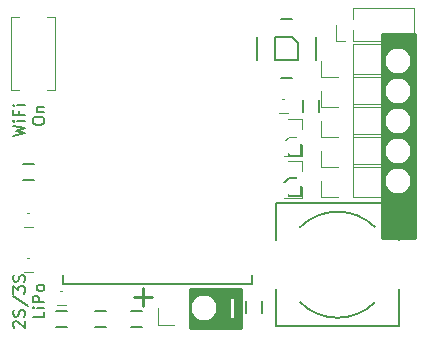
<source format=gbr>
G04 #@! TF.FileFunction,Legend,Top*
%FSLAX46Y46*%
G04 Gerber Fmt 4.6, Leading zero omitted, Abs format (unit mm)*
G04 Created by KiCad (PCBNEW 4.0.5-e0-6337~49~ubuntu14.04.1) date Thu Mar  2 13:58:40 2017*
%MOMM*%
%LPD*%
G01*
G04 APERTURE LIST*
%ADD10C,0.100000*%
%ADD11C,0.150000*%
%ADD12C,0.250000*%
%ADD13C,0.120000*%
%ADD14C,0.200000*%
%ADD15C,0.152400*%
%ADD16C,0.254000*%
%ADD17R,1.400000X1.400000*%
%ADD18O,1.400000X1.400000*%
%ADD19R,3.100000X4.000000*%
%ADD20R,1.200000X1.150000*%
%ADD21R,1.800000X2.200000*%
%ADD22R,1.300000X0.900000*%
%ADD23R,0.900000X1.300000*%
%ADD24R,2.000000X2.400000*%
%ADD25R,2.100000X2.100000*%
%ADD26O,2.100000X2.100000*%
%ADD27R,1.300000X1.200000*%
%ADD28R,2.900000X1.500000*%
%ADD29O,2.900000X1.500000*%
G04 APERTURE END LIST*
D10*
D11*
X137787619Y-115700595D02*
X137740000Y-115652976D01*
X137692381Y-115557738D01*
X137692381Y-115319642D01*
X137740000Y-115224404D01*
X137787619Y-115176785D01*
X137882857Y-115129166D01*
X137978095Y-115129166D01*
X138120952Y-115176785D01*
X138692381Y-115748214D01*
X138692381Y-115129166D01*
X138644762Y-114748214D02*
X138692381Y-114605357D01*
X138692381Y-114367261D01*
X138644762Y-114272023D01*
X138597143Y-114224404D01*
X138501905Y-114176785D01*
X138406667Y-114176785D01*
X138311429Y-114224404D01*
X138263810Y-114272023D01*
X138216190Y-114367261D01*
X138168571Y-114557738D01*
X138120952Y-114652976D01*
X138073333Y-114700595D01*
X137978095Y-114748214D01*
X137882857Y-114748214D01*
X137787619Y-114700595D01*
X137740000Y-114652976D01*
X137692381Y-114557738D01*
X137692381Y-114319642D01*
X137740000Y-114176785D01*
X137644762Y-113033928D02*
X138930476Y-113891071D01*
X137692381Y-112795833D02*
X137692381Y-112176785D01*
X138073333Y-112510119D01*
X138073333Y-112367261D01*
X138120952Y-112272023D01*
X138168571Y-112224404D01*
X138263810Y-112176785D01*
X138501905Y-112176785D01*
X138597143Y-112224404D01*
X138644762Y-112272023D01*
X138692381Y-112367261D01*
X138692381Y-112652976D01*
X138644762Y-112748214D01*
X138597143Y-112795833D01*
X138644762Y-111795833D02*
X138692381Y-111652976D01*
X138692381Y-111414880D01*
X138644762Y-111319642D01*
X138597143Y-111272023D01*
X138501905Y-111224404D01*
X138406667Y-111224404D01*
X138311429Y-111272023D01*
X138263810Y-111319642D01*
X138216190Y-111414880D01*
X138168571Y-111605357D01*
X138120952Y-111700595D01*
X138073333Y-111748214D01*
X137978095Y-111795833D01*
X137882857Y-111795833D01*
X137787619Y-111748214D01*
X137740000Y-111700595D01*
X137692381Y-111605357D01*
X137692381Y-111367261D01*
X137740000Y-111224404D01*
X140342381Y-114343452D02*
X140342381Y-114819643D01*
X139342381Y-114819643D01*
X140342381Y-114010119D02*
X139675714Y-114010119D01*
X139342381Y-114010119D02*
X139390000Y-114057738D01*
X139437619Y-114010119D01*
X139390000Y-113962500D01*
X139342381Y-114010119D01*
X139437619Y-114010119D01*
X140342381Y-113533929D02*
X139342381Y-113533929D01*
X139342381Y-113152976D01*
X139390000Y-113057738D01*
X139437619Y-113010119D01*
X139532857Y-112962500D01*
X139675714Y-112962500D01*
X139770952Y-113010119D01*
X139818571Y-113057738D01*
X139866190Y-113152976D01*
X139866190Y-113533929D01*
X140342381Y-112391072D02*
X140294762Y-112486310D01*
X140247143Y-112533929D01*
X140151905Y-112581548D01*
X139866190Y-112581548D01*
X139770952Y-112533929D01*
X139723333Y-112486310D01*
X139675714Y-112391072D01*
X139675714Y-112248214D01*
X139723333Y-112152976D01*
X139770952Y-112105357D01*
X139866190Y-112057738D01*
X140151905Y-112057738D01*
X140247143Y-112105357D01*
X140294762Y-112152976D01*
X140342381Y-112248214D01*
X140342381Y-112391072D01*
X137692381Y-99428785D02*
X138692381Y-99190690D01*
X137978095Y-99000213D01*
X138692381Y-98809737D01*
X137692381Y-98571642D01*
X138692381Y-98190690D02*
X138025714Y-98190690D01*
X137692381Y-98190690D02*
X137740000Y-98238309D01*
X137787619Y-98190690D01*
X137740000Y-98143071D01*
X137692381Y-98190690D01*
X137787619Y-98190690D01*
X138168571Y-97381166D02*
X138168571Y-97714500D01*
X138692381Y-97714500D02*
X137692381Y-97714500D01*
X137692381Y-97238309D01*
X138692381Y-96857357D02*
X138025714Y-96857357D01*
X137692381Y-96857357D02*
X137740000Y-96904976D01*
X137787619Y-96857357D01*
X137740000Y-96809738D01*
X137692381Y-96857357D01*
X137787619Y-96857357D01*
X139342381Y-98262119D02*
X139342381Y-98071642D01*
X139390000Y-97976404D01*
X139485238Y-97881166D01*
X139675714Y-97833547D01*
X140009048Y-97833547D01*
X140199524Y-97881166D01*
X140294762Y-97976404D01*
X140342381Y-98071642D01*
X140342381Y-98262119D01*
X140294762Y-98357357D01*
X140199524Y-98452595D01*
X140009048Y-98500214D01*
X139675714Y-98500214D01*
X139485238Y-98452595D01*
X139390000Y-98357357D01*
X139342381Y-98262119D01*
X139675714Y-97404976D02*
X140342381Y-97404976D01*
X139770952Y-97404976D02*
X139723333Y-97357357D01*
X139675714Y-97262119D01*
X139675714Y-97119261D01*
X139723333Y-97024023D01*
X139818571Y-96976404D01*
X140342381Y-96976404D01*
D12*
X147955095Y-113097357D02*
X149478905Y-113097357D01*
X148717000Y-113859262D02*
X148717000Y-112335452D01*
D13*
X166433500Y-91421000D02*
X171633500Y-91421000D01*
X171633500Y-91421000D02*
X171633500Y-88641000D01*
X171633500Y-88641000D02*
X166433500Y-88641000D01*
X166433500Y-88641000D02*
X166433500Y-91421000D01*
X165798500Y-91421000D02*
X165043500Y-91421000D01*
X165043500Y-91421000D02*
X165043500Y-90031000D01*
D11*
X161988500Y-113526000D02*
G75*
G03X168338500Y-113526000I3175000J3175000D01*
G01*
X168338500Y-107176000D02*
G75*
G03X161988500Y-107176000I-3175000J-3175000D01*
G01*
X170363500Y-105151000D02*
X170363500Y-108251000D01*
X159963500Y-105151000D02*
X159963500Y-108251000D01*
X170363500Y-115551000D02*
X170363500Y-112451000D01*
X159963500Y-115551000D02*
X159963500Y-112451000D01*
X159963500Y-105151000D02*
X170363500Y-105151000D01*
X159963500Y-115551000D02*
X170363500Y-115551000D01*
D13*
X160941500Y-97489000D02*
X160241500Y-97489000D01*
X160241500Y-96289000D02*
X160941500Y-96289000D01*
X142145500Y-113745000D02*
X141445500Y-113745000D01*
X141445500Y-112545000D02*
X142145500Y-112545000D01*
X139351500Y-110951000D02*
X138651500Y-110951000D01*
X138651500Y-109751000D02*
X139351500Y-109751000D01*
X138651500Y-105941000D02*
X139351500Y-105941000D01*
X139351500Y-107141000D02*
X138651500Y-107141000D01*
D14*
X161845500Y-93063000D02*
X159845500Y-93063000D01*
X159845500Y-93063000D02*
X159845500Y-91063000D01*
X159845500Y-91063000D02*
X161345500Y-91063000D01*
X161345500Y-91063000D02*
X161845500Y-91563000D01*
X161845500Y-91563000D02*
X161845500Y-93063000D01*
X163345500Y-93063000D02*
X163345500Y-91063000D01*
X161345500Y-89563000D02*
X160345500Y-89563000D01*
X158345500Y-93063000D02*
X158345500Y-91063000D01*
X161345500Y-94563000D02*
X160345500Y-94563000D01*
D11*
X157376500Y-114407000D02*
X157376500Y-113407000D01*
X158726500Y-113407000D02*
X158726500Y-114407000D01*
X147645500Y-114248000D02*
X148645500Y-114248000D01*
X148645500Y-115598000D02*
X147645500Y-115598000D01*
X144597500Y-114248000D02*
X145597500Y-114248000D01*
X145597500Y-115598000D02*
X144597500Y-115598000D01*
X142295500Y-115598000D02*
X141295500Y-115598000D01*
X141295500Y-114248000D02*
X142295500Y-114248000D01*
X163552500Y-96389000D02*
X163552500Y-97389000D01*
X162202500Y-97389000D02*
X162202500Y-96389000D01*
X139501500Y-103152000D02*
X138501500Y-103152000D01*
X138501500Y-101802000D02*
X139501500Y-101802000D01*
D13*
X141203500Y-95571000D02*
X140553500Y-95571000D01*
X137503500Y-95571000D02*
X138153500Y-95571000D01*
X138153500Y-89371000D02*
X137503500Y-89371000D01*
X141203500Y-89371000D02*
X140553500Y-89371000D01*
X141203500Y-95571000D02*
X141203500Y-89371000D01*
X137503500Y-89371000D02*
X137503500Y-95571000D01*
X152590500Y-115424000D02*
X155250500Y-115424000D01*
X155250500Y-115424000D02*
X155250500Y-112644000D01*
X155250500Y-112644000D02*
X152590500Y-112644000D01*
X152590500Y-112644000D02*
X152590500Y-115424000D01*
X151320500Y-115424000D02*
X149930500Y-115424000D01*
X149930500Y-115424000D02*
X149930500Y-114034000D01*
X162113500Y-101136000D02*
X162113500Y-100206000D01*
X162113500Y-97976000D02*
X162113500Y-98906000D01*
X162113500Y-97976000D02*
X159953500Y-97976000D01*
X162113500Y-101136000D02*
X160653500Y-101136000D01*
X162113500Y-104692000D02*
X162113500Y-103762000D01*
X162113500Y-101532000D02*
X162113500Y-102462000D01*
X162113500Y-101532000D02*
X159953500Y-101532000D01*
X162113500Y-104692000D02*
X160653500Y-104692000D01*
X166433500Y-94469000D02*
X171633500Y-94469000D01*
X171633500Y-94469000D02*
X171633500Y-91689000D01*
X171633500Y-91689000D02*
X166433500Y-91689000D01*
X166433500Y-91689000D02*
X166433500Y-94469000D01*
X165163500Y-94469000D02*
X163773500Y-94469000D01*
X163773500Y-94469000D02*
X163773500Y-93079000D01*
X166433500Y-97009000D02*
X171633500Y-97009000D01*
X171633500Y-97009000D02*
X171633500Y-94229000D01*
X171633500Y-94229000D02*
X166433500Y-94229000D01*
X166433500Y-94229000D02*
X166433500Y-97009000D01*
X165163500Y-97009000D02*
X163773500Y-97009000D01*
X163773500Y-97009000D02*
X163773500Y-95619000D01*
X166433500Y-102089000D02*
X171633500Y-102089000D01*
X171633500Y-102089000D02*
X171633500Y-99309000D01*
X171633500Y-99309000D02*
X166433500Y-99309000D01*
X166433500Y-99309000D02*
X166433500Y-102089000D01*
X165163500Y-102089000D02*
X163773500Y-102089000D01*
X163773500Y-102089000D02*
X163773500Y-100699000D01*
X166433500Y-104629000D02*
X171633500Y-104629000D01*
X171633500Y-104629000D02*
X171633500Y-101849000D01*
X171633500Y-101849000D02*
X166433500Y-101849000D01*
X166433500Y-101849000D02*
X166433500Y-104629000D01*
X165163500Y-104629000D02*
X163773500Y-104629000D01*
X163773500Y-104629000D02*
X163773500Y-103239000D01*
X166433500Y-99549000D02*
X171633500Y-99549000D01*
X171633500Y-99549000D02*
X171633500Y-96769000D01*
X171633500Y-96769000D02*
X166433500Y-96769000D01*
X166433500Y-96769000D02*
X166433500Y-99549000D01*
X165163500Y-99549000D02*
X163773500Y-99549000D01*
X163773500Y-99549000D02*
X163773500Y-98159000D01*
D15*
X141922500Y-111240000D02*
X141922500Y-112002000D01*
X141922500Y-112002000D02*
X157924500Y-112002000D01*
X157924500Y-112002000D02*
X157924500Y-111240000D01*
D11*
X162057500Y-99618000D02*
X162057500Y-101068000D01*
X161057500Y-99618000D02*
X162057500Y-99618000D01*
X160607500Y-100018000D02*
X161057500Y-99618000D01*
X160607500Y-100618000D02*
X160607500Y-100018000D01*
X161057500Y-101068000D02*
X160607500Y-100618000D01*
X161207500Y-101068000D02*
X161057500Y-101068000D01*
X162057500Y-101068000D02*
X161207500Y-101068000D01*
X162057500Y-103047000D02*
X162057500Y-104497000D01*
X161057500Y-103047000D02*
X162057500Y-103047000D01*
X160607500Y-103447000D02*
X161057500Y-103047000D01*
X160607500Y-104047000D02*
X160607500Y-103447000D01*
X161057500Y-104497000D02*
X160607500Y-104047000D01*
X161207500Y-104497000D02*
X161057500Y-104497000D01*
X162057500Y-104497000D02*
X161207500Y-104497000D01*
D16*
G36*
X171704000Y-108128500D02*
X168910000Y-108128500D01*
X168910000Y-90856500D01*
X171704000Y-90856500D01*
X171704000Y-108128500D01*
X171704000Y-108128500D01*
G37*
X171704000Y-108128500D02*
X168910000Y-108128500D01*
X168910000Y-90856500D01*
X171704000Y-90856500D01*
X171704000Y-108128500D01*
G36*
X156972000Y-115748500D02*
X152654000Y-115748500D01*
X152654000Y-113208500D01*
X155956000Y-113208500D01*
X155956000Y-114859500D01*
X155966006Y-114908910D01*
X155994447Y-114950535D01*
X156036841Y-114977815D01*
X156083000Y-114986500D01*
X156337000Y-114986500D01*
X156386410Y-114976494D01*
X156428035Y-114948053D01*
X156455315Y-114905659D01*
X156464000Y-114859500D01*
X156464000Y-113208500D01*
X156453994Y-113159090D01*
X156425553Y-113117465D01*
X156383159Y-113090185D01*
X156337000Y-113081500D01*
X156083000Y-113081500D01*
X156033590Y-113091506D01*
X155991965Y-113119947D01*
X155964685Y-113162341D01*
X155956000Y-113208500D01*
X152654000Y-113208500D01*
X152654000Y-112446500D01*
X156972000Y-112446500D01*
X156972000Y-115748500D01*
X156972000Y-115748500D01*
G37*
X156972000Y-115748500D02*
X152654000Y-115748500D01*
X152654000Y-113208500D01*
X155956000Y-113208500D01*
X155956000Y-114859500D01*
X155966006Y-114908910D01*
X155994447Y-114950535D01*
X156036841Y-114977815D01*
X156083000Y-114986500D01*
X156337000Y-114986500D01*
X156386410Y-114976494D01*
X156428035Y-114948053D01*
X156455315Y-114905659D01*
X156464000Y-114859500D01*
X156464000Y-113208500D01*
X156453994Y-113159090D01*
X156425553Y-113117465D01*
X156383159Y-113090185D01*
X156337000Y-113081500D01*
X156083000Y-113081500D01*
X156033590Y-113091506D01*
X155991965Y-113119947D01*
X155964685Y-113162341D01*
X155956000Y-113208500D01*
X152654000Y-113208500D01*
X152654000Y-112446500D01*
X156972000Y-112446500D01*
X156972000Y-115748500D01*
%LPC*%
D11*
X161407500Y-100318000D02*
X161407500Y-100418000D01*
X161507500Y-100168000D02*
X161407500Y-100318000D01*
X161507500Y-100618000D02*
X161507500Y-100168000D01*
X161257500Y-100318000D02*
X161507500Y-100618000D01*
X161457500Y-100068000D02*
X161257500Y-100318000D01*
X161607500Y-100068000D02*
X161457500Y-100068000D01*
X161607500Y-100768000D02*
X161607500Y-100068000D01*
X161557500Y-100768000D02*
X161607500Y-100768000D01*
X161107500Y-100318000D02*
X161557500Y-100768000D01*
X161658300Y-99759200D02*
X161107500Y-100318000D01*
X161707500Y-99968000D02*
X161407500Y-99968000D01*
X161707500Y-100868000D02*
X161707500Y-99968000D01*
X161457500Y-100868000D02*
X161707500Y-100868000D01*
X160957500Y-100318000D02*
X161457500Y-100868000D01*
X161357500Y-99868000D02*
X160957500Y-100318000D01*
X161807500Y-99868000D02*
X161357500Y-99868000D01*
X161807500Y-100868000D02*
X161807500Y-99868000D01*
X161226500Y-100953000D02*
X161907500Y-100953000D01*
X160807500Y-100318000D02*
X161407500Y-100918000D01*
X161163000Y-99746500D02*
X160591500Y-100318000D01*
X161925000Y-99746500D02*
X161163000Y-99746500D01*
X161925000Y-100953000D02*
X161925000Y-99746500D01*
X160753500Y-100353000D02*
X161353500Y-100953000D01*
X160626500Y-100353000D02*
X161226500Y-100953000D01*
X161353500Y-99746500D02*
X160782000Y-100318000D01*
X161407500Y-103747000D02*
X161407500Y-103847000D01*
X161507500Y-103597000D02*
X161407500Y-103747000D01*
X161507500Y-104047000D02*
X161507500Y-103597000D01*
X161257500Y-103747000D02*
X161507500Y-104047000D01*
X161457500Y-103497000D02*
X161257500Y-103747000D01*
X161607500Y-103497000D02*
X161457500Y-103497000D01*
X161607500Y-104197000D02*
X161607500Y-103497000D01*
X161557500Y-104197000D02*
X161607500Y-104197000D01*
X161107500Y-103747000D02*
X161557500Y-104197000D01*
X161658300Y-103188200D02*
X161107500Y-103747000D01*
X161707500Y-103397000D02*
X161407500Y-103397000D01*
X161707500Y-104297000D02*
X161707500Y-103397000D01*
X161457500Y-104297000D02*
X161707500Y-104297000D01*
X160957500Y-103747000D02*
X161457500Y-104297000D01*
X161357500Y-103297000D02*
X160957500Y-103747000D01*
X161807500Y-103297000D02*
X161357500Y-103297000D01*
X161807500Y-104297000D02*
X161807500Y-103297000D01*
X161226500Y-104382000D02*
X161907500Y-104382000D01*
X160807500Y-103747000D02*
X161407500Y-104347000D01*
X161163000Y-103175500D02*
X160591500Y-103747000D01*
X161925000Y-103175500D02*
X161163000Y-103175500D01*
X161925000Y-104382000D02*
X161925000Y-103175500D01*
X160753500Y-103782000D02*
X161353500Y-104382000D01*
X160626500Y-103782000D02*
X161226500Y-104382000D01*
X161353500Y-103175500D02*
X160782000Y-103747000D01*
D17*
X165798500Y-90031000D03*
D18*
X167068500Y-90031000D03*
X168338500Y-90031000D03*
X169608500Y-90031000D03*
X170878500Y-90031000D03*
D19*
X161013500Y-110351000D03*
X169313500Y-110351000D03*
D20*
X161341500Y-96889000D03*
X159841500Y-96889000D03*
X142545500Y-113145000D03*
X141045500Y-113145000D03*
X139751500Y-110351000D03*
X138251500Y-110351000D03*
X138251500Y-106541000D03*
X139751500Y-106541000D03*
D21*
X159195500Y-94463000D03*
X162495500Y-94463000D03*
X162495500Y-89663000D03*
X159195500Y-89663000D03*
D22*
X158051500Y-113157000D03*
X158051500Y-114657000D03*
D23*
X148895500Y-114923000D03*
X147395500Y-114923000D03*
X145847500Y-114923000D03*
X144347500Y-114923000D03*
X141045500Y-114923000D03*
X142545500Y-114923000D03*
D22*
X162877500Y-97639000D03*
X162877500Y-96139000D03*
D23*
X138251500Y-102477000D03*
X139751500Y-102477000D03*
D24*
X139353500Y-95171000D03*
X139353500Y-89771000D03*
D25*
X151320500Y-114034000D03*
D26*
X153860500Y-114034000D03*
D27*
X160353500Y-98606000D03*
X160353500Y-100506000D03*
X162353500Y-99556000D03*
X160353500Y-102162000D03*
X160353500Y-104062000D03*
X162353500Y-103112000D03*
D25*
X165163500Y-93079000D03*
D26*
X167703500Y-93079000D03*
X170243500Y-93079000D03*
D25*
X165163500Y-95619000D03*
D26*
X167703500Y-95619000D03*
X170243500Y-95619000D03*
D25*
X165163500Y-100699000D03*
D26*
X167703500Y-100699000D03*
X170243500Y-100699000D03*
D25*
X165163500Y-103239000D03*
D26*
X167703500Y-103239000D03*
X170243500Y-103239000D03*
D25*
X165163500Y-98159000D03*
D26*
X167703500Y-98159000D03*
X170243500Y-98159000D03*
D28*
X142238500Y-96381000D03*
D29*
X142238500Y-98381000D03*
X142238500Y-100381000D03*
X142238500Y-102381000D03*
X142238500Y-104381000D03*
X142238500Y-106381000D03*
X142238500Y-108381000D03*
X142238500Y-110381000D03*
X157638500Y-110381000D03*
X157538500Y-108381000D03*
X157638500Y-106381000D03*
X157638500Y-104381000D03*
X157638500Y-102381000D03*
X157638500Y-100381000D03*
X157638500Y-98381000D03*
X157638500Y-96381000D03*
M02*

</source>
